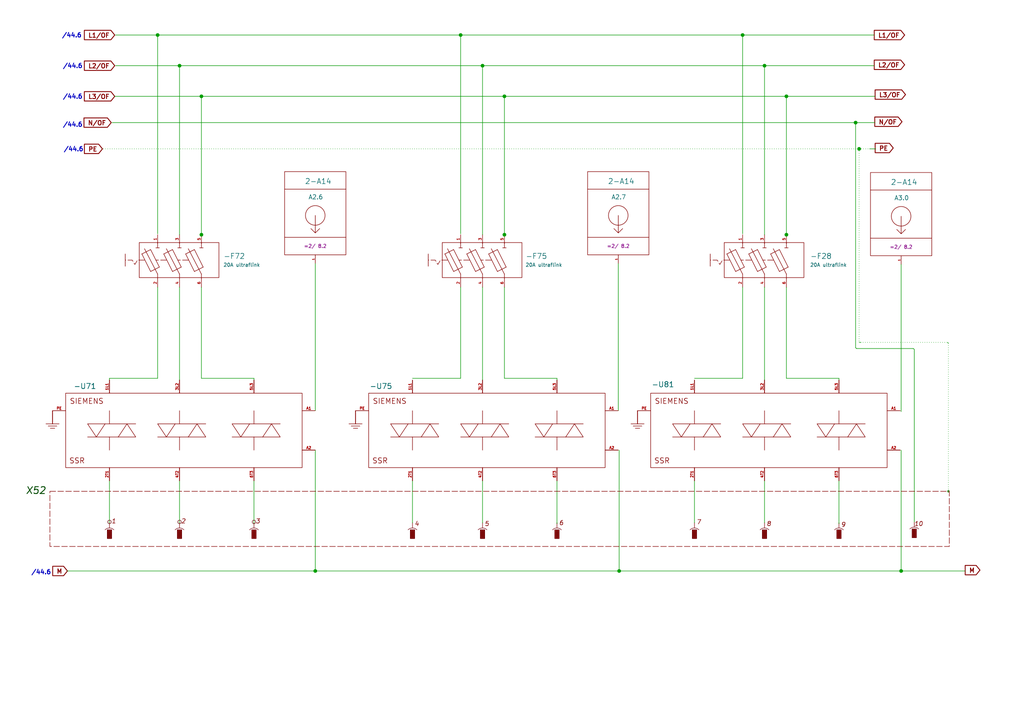
<source format=kicad_sch>
(kicad_sch (version 20250114) (generator "eeschema") (generator_version "9.0")
  (paper "A4")
  (title_block (comment 4 "20"))
  (lib_symbols
    (symbol "standart:PE" (pin_numbers (hide yes)) (pin_names (hide yes))
      (property "Reference" "PE" (at -3.302 2.794 0))
      (symbol "PE_0_1"
        (polyline (pts (xy -1.905 0) (xy 1.905 0)))
        (polyline (pts (xy -0.635 -1.27) (xy 0.635 -1.27)))
        (polyline (pts (xy 1.27 -0.635) (xy -1.27 -0.635)))
      )
      (symbol "PE_1_1"
        (pin passive line (at 0 3.81 270) (length 3.81) (name "") (number "PE"))
      )
    )
    (symbol "standart:PLC_OUT_(A)" (on_board no)
      (property "Reference" "-A" (at -12.954 16.002 0))
      (property "Target" "=Gruppe/ Seite.Pfad" (at 0 -8.89 0))
      (symbol "PLC_OUT_(A)_0_1"
        (rectangle (start -8.89 12.7) (end 8.89 -11.43))
        (polyline (pts (xy -8.89 7.62) (xy 8.89 7.62)))
        (polyline (pts (xy -8.89 -6.35) (xy 8.89 -6.35)))
        (polyline (pts (xy 0 0) (xy 0 -5.08) (xy 1.27 -3.81) (xy 0 -5.08) (xy -1.27 -3.81)))
        (circle (center 0 0) (radius 2.8398))
      )
      (symbol "PLC_OUT_(A)_1_1"
        (pin output line (at 0 -13.97 90) (length 2.54) (name "") (number "1"))
      )
    )
    (symbol "standart:SSR_(U)" (pin_names (hide yes))
      (property "Reference" "-U" (at -29.464 12.7 0))
      (symbol "SSR_(U)_0_1"
        (rectangle (start -33.02 10.16) (end 35.56 -11.43))
        (polyline (pts (xy -20.32 1.27) (xy -20.32 5.08)))
        (polyline (pts (xy -20.32 -2.54) (xy -20.32 -6.35)))
        (polyline (pts (xy 0 1.27) (xy 0 5.08)))
        (polyline (pts (xy 0 -2.54) (xy 0 -6.35)))
        (polyline (pts (xy 21.59 1.27) (xy 21.59 5.08)))
        (polyline (pts (xy 21.59 -2.54) (xy 21.59 -6.35)))
      )
      (symbol "SSR_(U)_1_1"
        (polyline (pts (xy -17.78 -2.54) (xy -24.13 -2.54) (xy -26.67 1.27) (xy -21.59 1.27) (xy -24.13 -2.54) (xy -26.67 -2.54)))
        (polyline (pts (xy -12.7 1.27) (xy -15.24 1.27) (xy -17.78 -2.54) (xy -12.7 -2.54) (xy -15.24 1.27) (xy -21.59 1.27)))
        (polyline (pts (xy 2.54 -2.54) (xy -3.81 -2.54) (xy -6.35 1.27) (xy -1.27 1.27) (xy -3.81 -2.54) (xy -6.35 -2.54)))
        (polyline (pts (xy 7.62 1.27) (xy 5.08 1.27) (xy 2.54 -2.54) (xy 7.62 -2.54) (xy 5.08 1.27) (xy -1.27 1.27)))
        (polyline (pts (xy 24.13 -2.54) (xy 17.78 -2.54) (xy 15.24 1.27) (xy 20.32 1.27) (xy 17.78 -2.54) (xy 15.24 -2.54)))
        (polyline (pts (xy 29.21 1.27) (xy 26.67 1.27) (xy 24.13 -2.54) (xy 29.21 -2.54) (xy 26.67 1.27) (xy 20.32 1.27)))
        (text "SSR" (at -29.718 -9.398 0) (effects (font (size 1.524 1.524))))
        (text "SIEMENS" (at -26.924 7.874 0) (effects (font (size 1.524 1.524))))
        (pin passive line (at -36.83 5.08 0) (length 3.81) (name "PE") (number "PE"))
        (pin passive line (at -20.32 13.97 270) (length 3.81) (name "1L1") (number "1L1"))
        (pin passive line (at -20.32 -15.24 90) (length 3.81) (name "2T1") (number "2T1"))
        (pin passive line (at 0 13.97 270) (length 3.81) (name "3L2") (number "3L2"))
        (pin passive line (at 0 -15.24 90) (length 3.81) (name "4T2") (number "4T2"))
        (pin passive line (at 21.59 13.97 270) (length 3.81) (name "5L3") (number "5L3"))
        (pin passive line (at 21.59 -15.24 90) (length 3.81) (name "6T3") (number "6T3"))
        (pin passive line (at 39.37 5.08 180) (length 3.81) (name "A1") (number "A1"))
        (pin passive line (at 39.37 -6.35 180) (length 3.81) (name "A2") (number "A2"))
      )
    )
    (symbol "standart:Schalter_(F)_1-6" (pin_names (hide yes))
      (property "Reference" "-F" (at -13.462 10.922 0))
      (property "Value" "_____ A" (at -13.716 8.636 0))
      (symbol "Schalter_(F)_1-6_0_1"
        (polyline (pts (xy -8.382 2.032) (xy -5.842 -3.048)))
        (polyline (pts (xy -5.842 3.302) (xy -8.382 2.032)))
        (polyline (pts (xy -5.842 -3.048) (xy -3.302 -1.778)))
        (polyline (pts (xy -4.318 3.81) (xy -3.302 3.81)))
        (polyline (pts (xy -3.81 3.81) (xy -3.81 5.334)))
        (polyline (pts (xy -3.81 -3.81) (xy -7.62 3.556)))
        (polyline (pts (xy -3.81 -3.81) (xy -3.81 -5.08)))
        (polyline (pts (xy -3.302 -1.778) (xy -5.842 3.302)))
        (polyline (pts (xy -2.032 2.032) (xy 0.508 -3.048)))
        (polyline (pts (xy 0.508 3.302) (xy -2.032 2.032)))
        (polyline (pts (xy 0.508 -3.048) (xy 3.048 -1.778)))
        (polyline (pts (xy 2.032 3.81) (xy 3.048 3.81)))
        (polyline (pts (xy 2.54 3.81) (xy 2.54 5.334)))
        (polyline (pts (xy 2.54 -3.81) (xy -1.27 3.556)))
        (polyline (pts (xy 2.54 -3.81) (xy 2.54 -5.08)))
        (polyline (pts (xy 3.048 -1.778) (xy 0.508 3.302)))
        (polyline (pts (xy 4.318 2.032) (xy 6.858 -3.048)))
        (polyline (pts (xy 6.858 3.302) (xy 4.318 2.032)))
        (polyline (pts (xy 6.858 -3.048) (xy 9.398 -1.778)))
        (polyline (pts (xy 8.382 3.81) (xy 9.398 3.81)))
        (polyline (pts (xy 8.89 3.81) (xy 8.89 5.334)))
        (polyline (pts (xy 8.89 -3.81) (xy 5.08 3.556)))
        (polyline (pts (xy 8.89 -3.81) (xy 8.89 -5.08)))
        (polyline (pts (xy 9.398 -1.778) (xy 6.858 3.302)))
      )
      (symbol "Schalter_(F)_1-6_1_1"
        (polyline (pts (xy -13.208 2.032) (xy -13.208 -1.524)))
        (rectangle (start -9.144 5.334) (end 13.97 -4.826))
        (polyline (pts (xy -7.62 0.254) (xy -9.652 0.254) (xy -10.414 -1.016) (xy -11.176 0.254) (xy -13.208 0.254)) (stroke (width 0) (type dash)))
        (polyline (pts (xy -1.27 0.254) (xy -4.318 0.254)) (stroke (width 0) (type dash)))
        (polyline (pts (xy 5.08 0.254) (xy 2.032 0.254)) (stroke (width 0) (type dash)))
        (pin passive line (at -3.81 7.62 270) (length 2.54) (name "1") (number "1"))
        (pin passive line (at -3.81 -7.62 90) (length 2.54) (name "2") (number "2"))
        (pin passive line (at 2.54 7.62 270) (length 2.54) (name "3") (number "3"))
        (pin passive line (at 2.54 -7.62 90) (length 2.54) (name "4") (number "4"))
        (pin passive line (at 8.89 7.62 270) (length 2.54) (name "5") (number "5"))
        (pin passive line (at 8.89 -7.62 90) (length 2.54) (name "6") (number "6"))
      )
    )
  )
  (circle (center 52.07 151.384) (radius 0.508) (stroke (width 0) (color 114 15 19 1)))
  (rectangle (start 265.811 155.956) (end 264.541 153.416) (stroke (width 0) (color 112 6 12 1)) (fill (type color) (color 121 9 8 1)))
  (arc (start 30.48 153.67) (mid 31.75 153.1439) (end 33.02 153.67) (stroke (width 0) (color 130 18 30 1)))
  (arc (start 138.684 153.67) (mid 139.954 153.1439) (end 141.224 153.67) (stroke (width 0) (color 130 18 30 1)))
  (arc (start 160.274 153.67) (mid 161.544 153.1439) (end 162.814 153.67) (stroke (width 0) (color 130 18 30 1)))
  (circle (center 275.082 142.494) (radius 0.254) (stroke (width 0) (color 0 132 0 1)) (fill (type color) (color 0 72 0 1)))
  (arc (start 220.472 153.67) (mid 221.742 153.1439) (end 223.012 153.67) (stroke (width 0) (color 130 18 30 1)))
  (rectangle (start 14.478 142.494) (end 275.336 158.496) (stroke (width 0) (type dash) (color 132 0 0 1)))
  (rectangle (start 202.057 156.21) (end 200.787 153.67) (stroke (width 0) (color 112 6 12 1)) (fill (type color) (color 121 9 8 1)))
  (circle (center 31.75 151.384) (radius 0.508) (stroke (width 0) (color 114 15 19 1)))
  (arc (start 263.906 153.416) (mid 265.176 152.8899) (end 266.446 153.416) (stroke (width 0) (color 130 18 30 1)))
  (rectangle (start 162.179 156.21) (end 160.909 153.67) (stroke (width 0) (color 112 6 12 1)) (fill (type color) (color 121 9 8 1)))
  (rectangle (start 243.967 156.21) (end 242.697 153.67) (stroke (width 0) (color 112 6 12 1)) (fill (type color) (color 121 9 8 1)))
  (arc (start 200.152 153.67) (mid 201.422 153.1439) (end 202.692 153.67) (stroke (width 0) (color 130 18 30 1)))
  (circle (center 73.66 151.384) (radius 0.508) (stroke (width 0) (color 114 15 19 1)))
  (arc (start 72.39 153.67) (mid 73.66 153.1439) (end 74.93 153.67) (stroke (width 0) (color 130 18 30 1)))
  (arc (start 118.364 153.67) (mid 119.634 153.1439) (end 120.904 153.67) (stroke (width 0) (color 130 18 30 1)))
  (rectangle (start 74.295 156.21) (end 73.025 153.67) (stroke (width 0) (color 112 6 12 1)) (fill (type color) (color 121 9 8 1)))
  (rectangle (start 140.589 156.21) (end 139.319 153.67) (stroke (width 0) (color 112 6 12 1)) (fill (type color) (color 121 9 8 1)))
  (rectangle (start 32.385 156.21) (end 31.115 153.67) (stroke (width 0) (color 112 6 12 1)) (fill (type color) (color 121 9 8 1)))
  (arc (start 242.062 153.67) (mid 243.332 153.1439) (end 244.602 153.67) (stroke (width 0) (color 130 18 30 1)))
  (rectangle (start 120.269 156.21) (end 118.999 153.67) (stroke (width 0) (color 112 6 12 1)) (fill (type color) (color 121 9 8 1)))
  (rectangle (start 52.705 156.21) (end 51.435 153.67) (stroke (width 0) (color 112 6 12 1)) (fill (type color) (color 121 9 8 1)))
  (rectangle (start 222.377 156.21) (end 221.107 153.67) (stroke (width 0) (color 112 6 12 1)) (fill (type color) (color 121 9 8 1)))
  (arc (start 50.8 153.67) (mid 52.07 153.1439) (end 53.34 153.67) (stroke (width 0) (color 130 18 30 1)))
  (text "/44.6" (at 21.082 19.304 0) (effects (font (size 1.27 1.27) (thickness 0.254) (bold yes))))
  (text "1" (at 33.02 151.384 0) (effects (font (size 1.27 1.27) (thickness 0.1588) (italic yes))))
  (text "2" (at 53.213 151.384 0) (effects (font (size 1.27 1.27) (thickness 0.1588) (italic yes))))
  (text "/44.6" (at 11.938 166.116 0) (effects (font (size 1.27 1.27) (thickness 0.254) (bold yes))))
  (text "5" (at 141.224 152.146 0) (effects (font (size 1.27 1.27) (thickness 0.1588) (italic yes))))
  (text "4\n" (at 120.904 152.146 0) (effects (font (size 1.27 1.27) (thickness 0.1588) (italic yes))))
  (text "10" (at 266.446 152.146 0) (effects (font (size 1.27 1.27) (thickness 0.1588) (italic yes))))
  (text "X52" (exclude_from_sim yes) (at 10.414 142.494 0) (effects (font (size 2 2) (thickness 0.25) (italic yes))))
  (text "/44.6" (at 20.828 10.414 0) (effects (font (size 1.27 1.27) (thickness 0.254) (bold yes))))
  (text "8\n" (at 223.012 152.146 0) (effects (font (size 1.27 1.27) (thickness 0.1588) (italic yes))))
  (text "/44.6" (at 21.082 36.322 0) (effects (font (size 1.27 1.27) (thickness 0.254) (bold yes))))
  (text "6\n" (at 162.814 151.892 0) (effects (font (size 1.27 1.27) (thickness 0.1588) (italic yes))))
  (text "3" (at 74.803 151.384 0) (effects (font (size 1.27 1.27) (thickness 0.1588) (italic yes))))
  (text "/44.6" (at 21.336 43.434 0) (effects (font (size 1.27 1.27) (thickness 0.254) (bold yes))))
  (text "9\n" (at 244.602 152.4 0) (effects (font (size 1.27 1.27) (thickness 0.1588) (italic yes))))
  (text "7\n" (at 202.692 151.638 0) (effects (font (size 1.27 1.27) (thickness 0.1588) (italic yes))))
  (text "/44.6" (at 21.082 28.194 0) (effects (font (size 1.27 1.27) (thickness 0.254) (bold yes))))
  (junction (at 228.092 27.94))
  (junction (at 58.42 27.94))
  (junction (at 228.092 68.072))
  (junction (at 58.42 68.072))
  (junction (at 261.366 165.608))
  (junction (at 139.954 19.05))
  (junction (at 133.604 10.16))
  (junction (at 146.304 27.94))
  (junction (at 91.44 165.608))
  (junction (at 215.392 10.16))
  (junction (at 221.742 19.05))
  (junction (at 179.578 165.608))
  (junction (at 249.174 43.18))
  (junction (at 45.72 10.16))
  (junction (at 52.07 19.05))
  (junction (at 146.304 68.072))
  (junction (at 248.158 35.56))
  (wire (pts (xy 58.42 109.728) (xy 73.66 109.728)))
  (wire (pts (xy 45.72 83.312) (xy 45.72 109.728)))
  (polyline (pts (xy 221.742 153.162) (xy 221.742 151.638)) (stroke (width 0) (type solid) (color 127 14 18 1)))
  (wire (pts (xy 139.954 19.05) (xy 139.954 68.072)))
  (wire (pts (xy 275.082 99.568) (xy 275.082 142.494)) (stroke (width 0) (type dot)))
  (wire (pts (xy 201.422 139.446) (xy 201.422 151.638)))
  (wire (pts (xy 19.558 165.608) (xy 91.44 165.608)))
  (wire (pts (xy 52.07 19.05) (xy 52.07 68.072)))
  (wire (pts (xy 52.07 139.446) (xy 52.07 151.638)))
  (wire (pts (xy 91.44 130.556) (xy 91.44 165.608)))
  (polyline (pts (xy 31.75 153.162) (xy 31.75 151.638)) (stroke (width 0) (type solid) (color 127 14 18 1)))
  (wire (pts (xy 33.528 10.16) (xy 45.72 10.16)))
  (wire (pts (xy 133.604 10.16) (xy 133.604 67.818)))
  (polyline (pts (xy 201.422 153.162) (xy 201.422 151.638)) (stroke (width 0) (type solid) (color 127 14 18 1)))
  (wire (pts (xy 133.604 83.312) (xy 133.604 109.728)))
  (wire (pts (xy 215.392 10.16) (xy 215.392 67.818)))
  (wire (pts (xy 73.66 139.446) (xy 73.66 151.892)))
  (wire (pts (xy 119.634 109.728) (xy 133.604 109.728)))
  (wire (pts (xy 179.324 76.454) (xy 179.324 119.126)))
  (wire (pts (xy 45.72 10.16) (xy 133.604 10.16)))
  (wire (pts (xy 179.578 130.556) (xy 179.578 165.608)))
  (wire (pts (xy 221.742 19.05) (xy 253.492 19.05)))
  (polyline (pts (xy 52.07 153.162) (xy 52.07 151.638)) (stroke (width 0) (type solid) (color 127 14 18 1)))
  (wire (pts (xy 261.366 165.608) (xy 279.908 165.608)))
  (wire (pts (xy 179.578 165.608) (xy 261.366 165.608)))
  (wire (pts (xy 33.274 27.94) (xy 58.42 27.94)))
  (wire (pts (xy 91.44 165.608) (xy 179.578 165.608)))
  (polyline (pts (xy 139.954 153.162) (xy 139.954 151.638)) (stroke (width 0) (type solid) (color 127 14 18 1)))
  (wire (pts (xy 161.544 109.728) (xy 161.544 110.236)))
  (polyline (pts (xy 119.634 153.162) (xy 119.634 151.638)) (stroke (width 0) (type solid) (color 127 14 18 1)))
  (wire (pts (xy 261.366 130.556) (xy 261.366 165.608)))
  (wire (pts (xy 58.42 83.312) (xy 58.42 109.728)))
  (wire (pts (xy 139.954 19.05) (xy 221.742 19.05)))
  (wire (pts (xy 29.972 43.18) (xy 249.174 43.18)) (stroke (width 0) (type dot)))
  (wire (pts (xy 146.304 27.94) (xy 146.304 68.072)))
  (wire (pts (xy 228.092 27.94) (xy 228.092 68.072)))
  (wire (pts (xy 274.828 99.314) (xy 275.082 99.568)))
  (wire (pts (xy 45.72 10.16) (xy 45.72 67.818)))
  (polyline (pts (xy 243.332 153.162) (xy 243.332 151.638)) (stroke (width 0) (type solid) (color 127 14 18 1)))
  (wire (pts (xy 91.44 76.454) (xy 91.44 119.126)))
  (wire (pts (xy 58.42 68.072) (xy 58.42 68.326)))
  (wire (pts (xy 58.42 27.94) (xy 58.42 68.072)))
  (wire (pts (xy 201.422 109.728) (xy 215.392 109.728)))
  (wire (pts (xy 146.304 68.072) (xy 146.304 68.326)))
  (wire (pts (xy 52.07 19.05) (xy 139.954 19.05)))
  (wire (pts (xy 32.512 35.56) (xy 248.158 35.56)))
  (wire (pts (xy 119.634 139.446) (xy 119.634 151.638)))
  (wire (pts (xy 139.954 83.312) (xy 139.954 110.236)))
  (wire (pts (xy 146.304 109.728) (xy 161.544 109.728)))
  (polyline (pts (xy 161.544 153.162) (xy 161.544 151.638)) (stroke (width 0) (type solid) (color 127 14 18 1)))
  (polyline (pts (xy 265.176 152.908) (xy 265.176 151.384)) (stroke (width 0) (type solid) (color 127 14 18 1)))
  (wire (pts (xy 221.742 19.05) (xy 221.742 68.072)))
  (wire (pts (xy 31.75 139.446) (xy 31.75 151.638)))
  (wire (pts (xy 31.75 109.728) (xy 45.72 109.728)))
  (wire (pts (xy 146.304 27.94) (xy 228.092 27.94)))
  (wire (pts (xy 58.42 27.94) (xy 146.304 27.94)))
  (wire (pts (xy 73.66 109.728) (xy 73.66 110.236)))
  (wire (pts (xy 228.092 109.728) (xy 243.332 109.728)))
  (wire (pts (xy 139.954 139.446) (xy 139.954 151.638)))
  (wire (pts (xy 249.174 43.18) (xy 249.174 99.314)) (stroke (width 0) (type dot)))
  (wire (pts (xy 33.528 19.05) (xy 52.07 19.05)))
  (wire (pts (xy 249.174 43.18) (xy 252.222 43.18)) (stroke (width 0) (type dot)))
  (wire (pts (xy 215.392 83.312) (xy 215.392 109.728)))
  (wire (pts (xy 264.922 101.092) (xy 248.412 101.092)))
  (wire (pts (xy 221.742 139.446) (xy 221.742 151.638)))
  (wire (pts (xy 228.092 27.94) (xy 253.746 27.94)))
  (wire (pts (xy 248.158 35.56) (xy 248.158 100.838)))
  (wire (pts (xy 161.544 139.446) (xy 161.544 151.892)))
  (wire (pts (xy 52.07 83.312) (xy 52.07 110.236)))
  (wire (pts (xy 228.092 68.072) (xy 228.092 68.326)))
  (wire (pts (xy 243.332 139.446) (xy 243.332 151.892)))
  (wire (pts (xy 261.366 76.708) (xy 261.366 119.38)))
  (wire (pts (xy 133.604 10.16) (xy 215.392 10.16)))
  (wire (pts (xy 265.176 151.384) (xy 265.176 101.346)))
  (wire (pts (xy 31.75 109.728) (xy 31.75 110.236)))
  (wire (pts (xy 243.332 109.728) (xy 243.332 110.236)))
  (wire (pts (xy 248.158 35.56) (xy 253.746 35.56)))
  (wire (pts (xy 146.304 83.312) (xy 146.304 109.728)))
  (wire (pts (xy 249.682 99.314) (xy 274.828 99.314)) (stroke (width 0) (type dot)))
  (wire (pts (xy 252.222 43.18) (xy 254 43.18)))
  (wire (pts (xy 249.174 99.314) (xy 249.682 99.314)))
  (wire (pts (xy 215.392 10.16) (xy 253.492 10.16)))
  (wire (pts (xy 265.176 101.346) (xy 264.922 101.092)))
  (wire (pts (xy 248.412 101.092) (xy 248.158 100.838)))
  (wire (pts (xy 228.092 83.312) (xy 228.092 109.728)))
  (wire (pts (xy 221.742 83.312) (xy 221.742 110.236)))
  (polyline (pts (xy 73.66 153.162) (xy 73.66 151.638)) (stroke (width 0) (type solid) (color 127 14 18 1)))
  (global_label "M" (shape input) (at 284.226 165.354 180) (effects (font (thickness 0.254) (bold yes))) (property "Intersheetrefs" "${INTERSHEET_REFS}" (effects (hide yes))))
  (global_label "L3{slash}OF" (shape input) (at 262.636 27.432 180) (effects (font (thickness 0.254) (bold yes))) (property "Intersheetrefs" "${INTERSHEET_REFS}" (effects (hide yes))))
  (global_label "L3{slash}OF" (shape input) (at 33.274 27.94 180) (effects (font (thickness 0.254) (bold yes))) (property "Intersheetrefs" "${INTERSHEET_REFS}" (effects (hide yes))))
  (global_label "PE" (shape input) (at 29.718 43.18 180) (effects (font (thickness 0.254) (bold yes))) (property "Intersheetrefs" "${INTERSHEET_REFS}" (effects (hide yes))))
  (global_label "L1{slash}OF" (shape input) (at 262.382 10.16 180) (effects (font (thickness 0.254) (bold yes))) (property "Intersheetrefs" "${INTERSHEET_REFS}" (effects (hide yes))))
  (global_label "L2{slash}OF" (shape input) (at 33.274 19.05 180) (effects (font (thickness 0.254) (bold yes))) (property "Intersheetrefs" "${INTERSHEET_REFS}" (effects (hide yes))))
  (global_label "N{slash}OF" (shape input) (at 32.258 35.56 180) (effects (font (thickness 0.254) (bold yes))) (property "Intersheetrefs" "${INTERSHEET_REFS}" (effects (hide yes))))
  (global_label "PE" (shape input) (at 259.08 42.926 180) (effects (font (thickness 0.254) (bold yes))) (property "Intersheetrefs" "${INTERSHEET_REFS}" (effects (hide yes))))
  (global_label "N{slash}OF" (shape input) (at 261.62 35.306 180) (effects (font (thickness 0.254) (bold yes))) (property "Intersheetrefs" "${INTERSHEET_REFS}" (effects (hide yes))))
  (global_label "L1{slash}OF" (shape input) (at 33.274 10.16 180) (effects (font (thickness 0.254) (bold yes))) (property "Intersheetrefs" "${INTERSHEET_REFS}" (effects (hide yes))))
  (global_label "L2{slash}OF" (shape input) (at 262.382 18.796 180) (effects (font (thickness 0.254) (bold yes))) (property "Intersheetrefs" "${INTERSHEET_REFS}" (effects (hide yes))))
  (global_label "M" (shape input) (at 19.558 165.608 180) (effects (font (thickness 0.254) (bold yes))) (property "Intersheetrefs" "${INTERSHEET_REFS}" (effects (hide yes))))
  (symbol (lib_id "standart:PLC_OUT_(A)") (at 261.366 62.738 0) (unit 1) (on_board no)
    (property "Reference" "2-A14" (at 258.318 52.832 0) (effects (font (size 1.524 1.524)) (justify left)))
    (property "Value" "A3.0" (at 259.334 57.404 0) (effects (justify left)))
    (property "Target" "=2/ 8.2" (at 261.366 71.628 0) (effects (font (size 1.016 1.016))))
    (property "-A" "2-A14" (effects (hide yes)))
  )
  (symbol (lib_id "standart:SSR_(U)") (at 52.07 124.206 0) (unit 1)
    (property "Reference" "-U71" (at 24.638 112.014 0) (effects (font (size 1.524 1.524))))
  )
  (symbol (lib_id "standart:PE") (at 184.912 122.936 0) (unit 1)
    (property "Reference" "PE8" (effects (hide yes)))
  )
  (symbol (lib_id "standart:PE") (at 103.124 122.936 0) (unit 1)
    (property "Reference" "PE7" (effects (hide yes)))
  )
  (symbol (lib_id "standart:SSR_(U)") (at 221.742 124.206 0) (unit 1)
    (property "Reference" "-U81" (at 192.278 111.506 0) (effects (font (size 1.524 1.524))))
  )
  (symbol (lib_id "standart:Schalter_(F)_1-6") (at 137.414 75.692 0) (unit 1)
    (property "Reference" "-F75" (at 152.4 74.2949 0) (effects (font (size 1.524 1.524)) (justify left)))
    (property "Value" "20A ultraflink" (at 152.4 76.8349 0) (effects (font (size 1.016 1.016)) (justify left)))
  )
  (symbol (lib_id "standart:Schalter_(F)_1-6") (at 219.202 75.692 0) (unit 1)
    (property "Reference" "-F28" (at 234.95 74.2949 0) (effects (font (size 1.524 1.524)) (justify left)))
    (property "Value" "20A ultraflink" (at 234.95 76.8349 0) (effects (font (size 1.016 1.016)) (justify left)))
  )
  (symbol (lib_id "standart:PLC_OUT_(A)") (at 91.44 62.484 0) (unit 1) (on_board no)
    (property "Reference" "2-A14" (at 88.392 52.578 0) (effects (font (size 1.524 1.524)) (justify left)))
    (property "Value" "A2.6" (at 89.408 57.15 0) (effects (justify left)))
    (property "Target" "=2/ 8.2" (at 91.44 71.374 0) (effects (font (size 1.016 1.016))))
    (property "-A" "2-A14" (effects (hide yes)))
  )
  (symbol (lib_id "standart:PE") (at 15.24 122.936 0) (unit 1)
    (property "Reference" "PE6" (effects (hide yes)))
  )
  (symbol (lib_id "standart:Schalter_(F)_1-6") (at 49.53 75.692 0) (unit 1)
    (property "Reference" "-F72" (at 64.77 74.2949 0) (effects (font (size 1.524 1.524)) (justify left)))
    (property "Value" "20A ultraflink" (at 64.77 76.8349 0) (effects (font (size 1.016 1.016)) (justify left)))
  )
  (symbol (lib_id "standart:SSR_(U)") (at 139.954 124.206 0) (unit 1)
    (property "Reference" "-U75" (at 110.49 112.014 0) (effects (font (size 1.524 1.524))))
  )
  (symbol (lib_id "standart:PLC_OUT_(A)") (at 179.324 62.484 0) (unit 1) (on_board no)
    (property "Reference" "2-A14" (at 176.276 52.578 0) (effects (font (size 1.524 1.524)) (justify left)))
    (property "Value" "A2.7" (at 177.292 57.15 0) (effects (justify left)))
    (property "Target" "=2/ 8.2" (at 179.324 71.374 0) (effects (font (size 1.016 1.016))))
    (property "-A" "2-A14" (effects (hide yes)))
  )
  (sheet (at 320.04 -1.27) (size 325.12 209.55) (stroke (width 0.1524))
    (property "Sheetname" "Wasserbehälter Leistung" (at 320.04 -1.9816 0) (effects (justify left bottom)))
    (property "Sheetfile" "Wasserbehälter Leistung.kicad_sch" (at 320.04 208.8646 0) (effects (justify left top)))
  )
)
</source>
